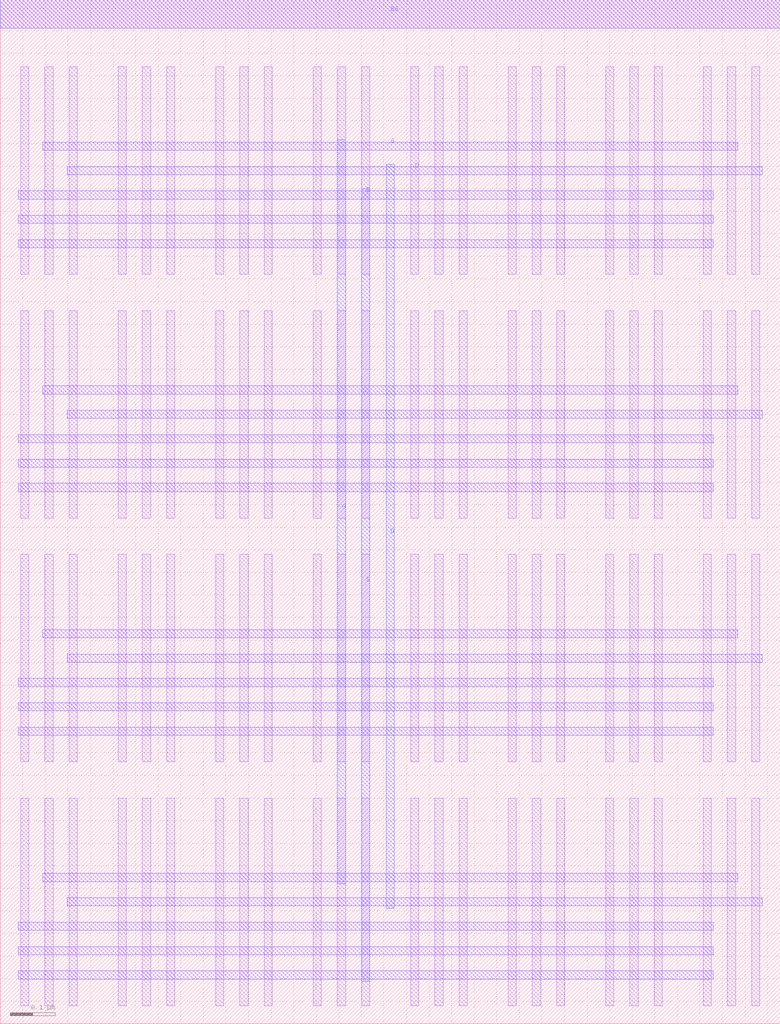
<source format=lef>
MACRO DCL_NMOS_n12_X3_Y1
  ORIGIN 0 0 ;
  FOREIGN DCL_NMOS_n12_X3_Y1 0 0 ;
  SIZE 1.296 BY 0.648 ;
  PIN S
    DIRECTION INOUT ;
    USE SIGNAL ;
    PORT
      LAYER M2 ;
        RECT 0.040 0.099 1.148 0.117 ;
      LAYER M2 ;
        RECT 0.040 0.153 1.148 0.171 ;
      LAYER M2 ;
        RECT 0.040 0.207 1.148 0.225 ;
      LAYER M3 ;
        RECT 0.585 0.094 0.603 0.446 ;
    END
  END S
  PIN D
    DIRECTION INOUT ;
    USE SIGNAL ;
    PORT
      LAYER M2 ;
        RECT 0.094 0.261 1.256 0.279 ;
      LAYER M3 ;
        RECT 0.639 0.094 0.657 0.446 ;
    END
  END D
  PIN BG
    DIRECTION INOUT ;
    USE SIGNAL ;
    PORT
      LAYER M2 ;
        RECT 0.000 0.585 1.296 0.603 ;
    END
  END BG
  OBS
    LAYER M1 ;
      RECT 0.000 0.585 1.296 0.603 ;
    LAYER M1 ;
      RECT 0.099 0.040 0.117 0.500 ;
    LAYER M1 ;
      RECT 0.315 0.040 0.333 0.500 ;
    LAYER M1 ;
      RECT 0.531 0.040 0.549 0.500 ;
    LAYER M1 ;
      RECT 0.747 0.040 0.765 0.500 ;
    LAYER M1 ;
      RECT 0.963 0.040 0.981 0.500 ;
    LAYER M1 ;
      RECT 1.179 0.040 1.197 0.500 ;
    LAYER M1 ;
      RECT 0.045 0.040 0.063 0.500 ;
    LAYER M1 ;
      RECT 0.261 0.040 0.279 0.500 ;
    LAYER M1 ;
      RECT 0.477 0.040 0.495 0.500 ;
    LAYER M1 ;
      RECT 0.693 0.040 0.711 0.500 ;
    LAYER M1 ;
      RECT 0.909 0.040 0.927 0.500 ;
    LAYER M1 ;
      RECT 1.125 0.040 1.143 0.500 ;
    LAYER M1 ;
      RECT 0.153 0.040 0.171 0.500 ;
    LAYER M1 ;
      RECT 0.369 0.040 0.387 0.500 ;
    LAYER M1 ;
      RECT 0.585 0.040 0.603 0.500 ;
    LAYER M1 ;
      RECT 0.801 0.040 0.819 0.500 ;
    LAYER M1 ;
      RECT 1.017 0.040 1.035 0.500 ;
    LAYER M1 ;
      RECT 1.233 0.040 1.251 0.500 ;
  END
END DCL_NMOS_n12_X3_Y1
MACRO DCL_PMOS_n12_X5_Y2
  ORIGIN 0 0 ;
  FOREIGN DCL_PMOS_n12_X5_Y2 0 0 ;
  SIZE 2.160 BY 1.188 ;
  PIN S
    DIRECTION INOUT ;
    USE SIGNAL ;
    PORT
      LAYER M2 ;
        RECT 0.040 0.099 2.012 0.117 ;
      LAYER M2 ;
        RECT 0.040 0.153 2.012 0.171 ;
      LAYER M2 ;
        RECT 0.040 0.207 2.012 0.225 ;
      LAYER M2 ;
        RECT 0.040 0.639 2.012 0.657 ;
      LAYER M2 ;
        RECT 0.040 0.693 2.012 0.711 ;
      LAYER M2 ;
        RECT 0.040 0.747 2.012 0.765 ;
      LAYER M3 ;
        RECT 1.017 0.094 1.035 0.770 ;
    END
  END S
  PIN D
    DIRECTION INOUT ;
    USE SIGNAL ;
    PORT
      LAYER M2 ;
        RECT 0.094 0.261 2.120 0.279 ;
      LAYER M2 ;
        RECT 0.094 0.801 2.120 0.819 ;
      LAYER M3 ;
        RECT 1.071 0.256 1.089 0.824 ;
    END
  END D
  PIN BG
    DIRECTION INOUT ;
    USE SIGNAL ;
    PORT
      LAYER M2 ;
        RECT 0.000 1.125 2.160 1.143 ;
    END
  END BG
  OBS
    LAYER M1 ;
      RECT 0.000 1.125 2.160 1.143 ;
    LAYER M1 ;
      RECT 0.099 0.040 0.117 0.500 ;
    LAYER M1 ;
      RECT 0.099 0.580 0.117 1.040 ;
    LAYER M1 ;
      RECT 0.315 0.040 0.333 0.500 ;
    LAYER M1 ;
      RECT 0.315 0.580 0.333 1.040 ;
    LAYER M1 ;
      RECT 0.531 0.040 0.549 0.500 ;
    LAYER M1 ;
      RECT 0.531 0.580 0.549 1.040 ;
    LAYER M1 ;
      RECT 0.747 0.040 0.765 0.500 ;
    LAYER M1 ;
      RECT 0.747 0.580 0.765 1.040 ;
    LAYER M1 ;
      RECT 0.963 0.040 0.981 0.500 ;
    LAYER M1 ;
      RECT 0.963 0.580 0.981 1.040 ;
    LAYER M1 ;
      RECT 1.179 0.040 1.197 0.500 ;
    LAYER M1 ;
      RECT 1.179 0.580 1.197 1.040 ;
    LAYER M1 ;
      RECT 1.395 0.040 1.413 0.500 ;
    LAYER M1 ;
      RECT 1.395 0.580 1.413 1.040 ;
    LAYER M1 ;
      RECT 1.611 0.040 1.629 0.500 ;
    LAYER M1 ;
      RECT 1.611 0.580 1.629 1.040 ;
    LAYER M1 ;
      RECT 1.827 0.040 1.845 0.500 ;
    LAYER M1 ;
      RECT 1.827 0.580 1.845 1.040 ;
    LAYER M1 ;
      RECT 2.043 0.040 2.061 0.500 ;
    LAYER M1 ;
      RECT 2.043 0.580 2.061 1.040 ;
    LAYER M1 ;
      RECT 0.045 0.040 0.063 0.500 ;
    LAYER M1 ;
      RECT 0.045 0.580 0.063 1.040 ;
    LAYER M1 ;
      RECT 0.261 0.040 0.279 0.500 ;
    LAYER M1 ;
      RECT 0.261 0.580 0.279 1.040 ;
    LAYER M1 ;
      RECT 0.477 0.040 0.495 0.500 ;
    LAYER M1 ;
      RECT 0.477 0.580 0.495 1.040 ;
    LAYER M1 ;
      RECT 0.693 0.040 0.711 0.500 ;
    LAYER M1 ;
      RECT 0.693 0.580 0.711 1.040 ;
    LAYER M1 ;
      RECT 0.909 0.040 0.927 0.500 ;
    LAYER M1 ;
      RECT 0.909 0.580 0.927 1.040 ;
    LAYER M1 ;
      RECT 1.125 0.040 1.143 0.500 ;
    LAYER M1 ;
      RECT 1.125 0.580 1.143 1.040 ;
    LAYER M1 ;
      RECT 1.341 0.040 1.359 0.500 ;
    LAYER M1 ;
      RECT 1.341 0.580 1.359 1.040 ;
    LAYER M1 ;
      RECT 1.557 0.040 1.575 0.500 ;
    LAYER M1 ;
      RECT 1.557 0.580 1.575 1.040 ;
    LAYER M1 ;
      RECT 1.773 0.040 1.791 0.500 ;
    LAYER M1 ;
      RECT 1.773 0.580 1.791 1.040 ;
    LAYER M1 ;
      RECT 1.989 0.040 2.007 0.500 ;
    LAYER M1 ;
      RECT 1.989 0.580 2.007 1.040 ;
    LAYER M1 ;
      RECT 0.153 0.040 0.171 0.500 ;
    LAYER M1 ;
      RECT 0.153 0.580 0.171 1.040 ;
    LAYER M1 ;
      RECT 0.369 0.040 0.387 0.500 ;
    LAYER M1 ;
      RECT 0.369 0.580 0.387 1.040 ;
    LAYER M1 ;
      RECT 0.585 0.040 0.603 0.500 ;
    LAYER M1 ;
      RECT 0.585 0.580 0.603 1.040 ;
    LAYER M1 ;
      RECT 0.801 0.040 0.819 0.500 ;
    LAYER M1 ;
      RECT 0.801 0.580 0.819 1.040 ;
    LAYER M1 ;
      RECT 1.017 0.040 1.035 0.500 ;
    LAYER M1 ;
      RECT 1.017 0.580 1.035 1.040 ;
    LAYER M1 ;
      RECT 1.233 0.040 1.251 0.500 ;
    LAYER M1 ;
      RECT 1.233 0.580 1.251 1.040 ;
    LAYER M1 ;
      RECT 1.449 0.040 1.467 0.500 ;
    LAYER M1 ;
      RECT 1.449 0.580 1.467 1.040 ;
    LAYER M1 ;
      RECT 1.665 0.040 1.683 0.500 ;
    LAYER M1 ;
      RECT 1.665 0.580 1.683 1.040 ;
    LAYER M1 ;
      RECT 1.881 0.040 1.899 0.500 ;
    LAYER M1 ;
      RECT 1.881 0.580 1.899 1.040 ;
    LAYER M1 ;
      RECT 2.097 0.040 2.115 0.500 ;
    LAYER M1 ;
      RECT 2.097 0.580 2.115 1.040 ;
  END
END DCL_PMOS_n12_X5_Y2
MACRO Switch_NMOS_n12_X2_Y2
  ORIGIN 0 0 ;
  FOREIGN Switch_NMOS_n12_X2_Y2 0 0 ;
  SIZE 0.864 BY 1.188 ;
  PIN S
    DIRECTION INOUT ;
    USE SIGNAL ;
    PORT
      LAYER M2 ;
        RECT 0.040 0.099 0.716 0.117 ;
      LAYER M2 ;
        RECT 0.040 0.153 0.716 0.171 ;
      LAYER M2 ;
        RECT 0.040 0.207 0.716 0.225 ;
      LAYER M2 ;
        RECT 0.040 0.639 0.716 0.657 ;
      LAYER M2 ;
        RECT 0.040 0.693 0.716 0.711 ;
      LAYER M2 ;
        RECT 0.040 0.747 0.716 0.765 ;
      LAYER M3 ;
        RECT 0.369 0.094 0.387 0.770 ;
    END
  END S
  PIN D
    DIRECTION INOUT ;
    USE SIGNAL ;
    PORT
      LAYER M2 ;
        RECT 0.148 0.261 0.824 0.279 ;
      LAYER M2 ;
        RECT 0.148 0.801 0.824 0.819 ;
      LAYER M3 ;
        RECT 0.423 0.256 0.441 0.824 ;
    END
  END D
  PIN BG
    DIRECTION INOUT ;
    USE SIGNAL ;
    PORT
      LAYER M2 ;
        RECT 0.000 1.125 0.864 1.143 ;
    END
  END BG
  PIN G
    DIRECTION INOUT ;
    USE SIGNAL ;
    PORT
      LAYER M2 ;
        RECT 0.094 0.315 0.770 0.333 ;
      LAYER M2 ;
        RECT 0.094 0.855 0.770 0.873 ;
      LAYER M3 ;
        RECT 0.315 0.310 0.333 0.878 ;
    END
  END G
  OBS
    LAYER M1 ;
      RECT 0.000 1.125 0.864 1.143 ;
    LAYER M1 ;
      RECT 0.099 0.040 0.117 0.500 ;
    LAYER M1 ;
      RECT 0.099 0.580 0.117 1.040 ;
    LAYER M1 ;
      RECT 0.315 0.040 0.333 0.500 ;
    LAYER M1 ;
      RECT 0.315 0.580 0.333 1.040 ;
    LAYER M1 ;
      RECT 0.531 0.040 0.549 0.500 ;
    LAYER M1 ;
      RECT 0.531 0.580 0.549 1.040 ;
    LAYER M1 ;
      RECT 0.747 0.040 0.765 0.500 ;
    LAYER M1 ;
      RECT 0.747 0.580 0.765 1.040 ;
    LAYER M1 ;
      RECT 0.045 0.040 0.063 0.500 ;
    LAYER M1 ;
      RECT 0.045 0.580 0.063 1.040 ;
    LAYER M1 ;
      RECT 0.261 0.040 0.279 0.500 ;
    LAYER M1 ;
      RECT 0.261 0.580 0.279 1.040 ;
    LAYER M1 ;
      RECT 0.477 0.040 0.495 0.500 ;
    LAYER M1 ;
      RECT 0.477 0.580 0.495 1.040 ;
    LAYER M1 ;
      RECT 0.693 0.040 0.711 0.500 ;
    LAYER M1 ;
      RECT 0.693 0.580 0.711 1.040 ;
    LAYER M1 ;
      RECT 0.153 0.040 0.171 0.500 ;
    LAYER M1 ;
      RECT 0.153 0.580 0.171 1.040 ;
    LAYER M1 ;
      RECT 0.369 0.040 0.387 0.500 ;
    LAYER M1 ;
      RECT 0.369 0.580 0.387 1.040 ;
    LAYER M1 ;
      RECT 0.585 0.040 0.603 0.500 ;
    LAYER M1 ;
      RECT 0.585 0.580 0.603 1.040 ;
    LAYER M1 ;
      RECT 0.801 0.040 0.819 0.500 ;
    LAYER M1 ;
      RECT 0.801 0.580 0.819 1.040 ;
  END
END Switch_NMOS_n12_X2_Y2
MACRO Switch_NMOS_n12_X4_Y4
  ORIGIN 0 0 ;
  FOREIGN Switch_NMOS_n12_X4_Y4 0 0 ;
  SIZE 1.728 BY 2.268 ;
  PIN S
    DIRECTION INOUT ;
    USE SIGNAL ;
    PORT
      LAYER M2 ;
        RECT 0.040 0.099 1.580 0.117 ;
      LAYER M2 ;
        RECT 0.040 0.153 1.580 0.171 ;
      LAYER M2 ;
        RECT 0.040 0.207 1.580 0.225 ;
      LAYER M2 ;
        RECT 0.040 0.639 1.580 0.657 ;
      LAYER M2 ;
        RECT 0.040 0.693 1.580 0.711 ;
      LAYER M2 ;
        RECT 0.040 0.747 1.580 0.765 ;
      LAYER M2 ;
        RECT 0.040 1.179 1.580 1.197 ;
      LAYER M2 ;
        RECT 0.040 1.233 1.580 1.251 ;
      LAYER M2 ;
        RECT 0.040 1.287 1.580 1.305 ;
      LAYER M2 ;
        RECT 0.040 1.719 1.580 1.737 ;
      LAYER M2 ;
        RECT 0.040 1.773 1.580 1.791 ;
      LAYER M2 ;
        RECT 0.040 1.827 1.580 1.845 ;
      LAYER M3 ;
        RECT 0.801 0.094 0.819 1.850 ;
    END
  END S
  PIN D
    DIRECTION INOUT ;
    USE SIGNAL ;
    PORT
      LAYER M2 ;
        RECT 0.148 0.261 1.688 0.279 ;
      LAYER M2 ;
        RECT 0.148 0.801 1.688 0.819 ;
      LAYER M2 ;
        RECT 0.148 1.341 1.688 1.359 ;
      LAYER M2 ;
        RECT 0.148 1.881 1.688 1.899 ;
      LAYER M3 ;
        RECT 0.855 0.256 0.873 1.904 ;
    END
  END D
  PIN BG
    DIRECTION INOUT ;
    USE SIGNAL ;
    PORT
      LAYER M2 ;
        RECT 0.000 2.205 1.728 2.268 ;
    END
  END BG
  PIN G
    DIRECTION INOUT ;
    USE SIGNAL ;
    PORT
      LAYER M2 ;
        RECT 0.094 0.315 1.634 0.333 ;
      LAYER M2 ;
        RECT 0.094 0.855 1.634 0.873 ;
      LAYER M2 ;
        RECT 0.094 1.395 1.634 1.413 ;
      LAYER M2 ;
        RECT 0.094 1.935 1.634 1.953 ;
      LAYER M3 ;
        RECT 0.747 0.310 0.765 1.958 ;
    END
  END G
  OBS
    LAYER M1 ;
      RECT 0.000 2.205 1.728 2.268 ;
    LAYER M1 ;
      RECT 0.099 0.040 0.117 0.500 ;
    LAYER M1 ;
      RECT 0.099 0.580 0.117 1.040 ;
    LAYER M1 ;
      RECT 0.099 1.120 0.117 1.580 ;
    LAYER M1 ;
      RECT 0.099 1.660 0.117 2.120 ;
    LAYER M1 ;
      RECT 0.315 0.040 0.333 0.500 ;
    LAYER M1 ;
      RECT 0.315 0.580 0.333 1.040 ;
    LAYER M1 ;
      RECT 0.315 1.120 0.333 1.580 ;
    LAYER M1 ;
      RECT 0.315 1.660 0.333 2.120 ;
    LAYER M1 ;
      RECT 0.531 0.040 0.549 0.500 ;
    LAYER M1 ;
      RECT 0.531 0.580 0.549 1.040 ;
    LAYER M1 ;
      RECT 0.531 1.120 0.549 1.580 ;
    LAYER M1 ;
      RECT 0.531 1.660 0.549 2.120 ;
    LAYER M1 ;
      RECT 0.747 0.040 0.765 0.500 ;
    LAYER M1 ;
      RECT 0.747 0.580 0.765 1.040 ;
    LAYER M1 ;
      RECT 0.747 1.120 0.765 1.580 ;
    LAYER M1 ;
      RECT 0.747 1.660 0.765 2.120 ;
    LAYER M1 ;
      RECT 0.963 0.040 0.981 0.500 ;
    LAYER M1 ;
      RECT 0.963 0.580 0.981 1.040 ;
    LAYER M1 ;
      RECT 0.963 1.120 0.981 1.580 ;
    LAYER M1 ;
      RECT 0.963 1.660 0.981 2.120 ;
    LAYER M1 ;
      RECT 1.179 0.040 1.197 0.500 ;
    LAYER M1 ;
      RECT 1.179 0.580 1.197 1.040 ;
    LAYER M1 ;
      RECT 1.179 1.120 1.197 1.580 ;
    LAYER M1 ;
      RECT 1.179 1.660 1.197 2.120 ;
    LAYER M1 ;
      RECT 1.395 0.040 1.413 0.500 ;
    LAYER M1 ;
      RECT 1.395 0.580 1.413 1.040 ;
    LAYER M1 ;
      RECT 1.395 1.120 1.413 1.580 ;
    LAYER M1 ;
      RECT 1.395 1.660 1.413 2.120 ;
    LAYER M1 ;
      RECT 1.611 0.040 1.629 0.500 ;
    LAYER M1 ;
      RECT 1.611 0.580 1.629 1.040 ;
    LAYER M1 ;
      RECT 1.611 1.120 1.629 1.580 ;
    LAYER M1 ;
      RECT 1.611 1.660 1.629 2.120 ;
    LAYER M1 ;
      RECT 0.045 0.040 0.063 0.500 ;
    LAYER M1 ;
      RECT 0.045 0.580 0.063 1.040 ;
    LAYER M1 ;
      RECT 0.045 1.120 0.063 1.580 ;
    LAYER M1 ;
      RECT 0.045 1.660 0.063 2.120 ;
    LAYER M1 ;
      RECT 0.261 0.040 0.279 0.500 ;
    LAYER M1 ;
      RECT 0.261 0.580 0.279 1.040 ;
    LAYER M1 ;
      RECT 0.261 1.120 0.279 1.580 ;
    LAYER M1 ;
      RECT 0.261 1.660 0.279 2.120 ;
    LAYER M1 ;
      RECT 0.477 0.040 0.495 0.500 ;
    LAYER M1 ;
      RECT 0.477 0.580 0.495 1.040 ;
    LAYER M1 ;
      RECT 0.477 1.120 0.495 1.580 ;
    LAYER M1 ;
      RECT 0.477 1.660 0.495 2.120 ;
    LAYER M1 ;
      RECT 0.693 0.040 0.711 0.500 ;
    LAYER M1 ;
      RECT 0.693 0.580 0.711 1.040 ;
    LAYER M1 ;
      RECT 0.693 1.120 0.711 1.580 ;
    LAYER M1 ;
      RECT 0.693 1.660 0.711 2.120 ;
    LAYER M1 ;
      RECT 0.909 0.040 0.927 0.500 ;
    LAYER M1 ;
      RECT 0.909 0.580 0.927 1.040 ;
    LAYER M1 ;
      RECT 0.909 1.120 0.927 1.580 ;
    LAYER M1 ;
      RECT 0.909 1.660 0.927 2.120 ;
    LAYER M1 ;
      RECT 1.125 0.040 1.143 0.500 ;
    LAYER M1 ;
      RECT 1.125 0.580 1.143 1.040 ;
    LAYER M1 ;
      RECT 1.125 1.120 1.143 1.580 ;
    LAYER M1 ;
      RECT 1.125 1.660 1.143 2.120 ;
    LAYER M1 ;
      RECT 1.341 0.040 1.359 0.500 ;
    LAYER M1 ;
      RECT 1.341 0.580 1.359 1.040 ;
    LAYER M1 ;
      RECT 1.341 1.120 1.359 1.580 ;
    LAYER M1 ;
      RECT 1.341 1.660 1.359 2.120 ;
    LAYER M1 ;
      RECT 1.557 0.040 1.575 0.500 ;
    LAYER M1 ;
      RECT 1.557 0.580 1.575 1.040 ;
    LAYER M1 ;
      RECT 1.557 1.120 1.575 1.580 ;
    LAYER M1 ;
      RECT 1.557 1.660 1.575 2.120 ;
    LAYER M1 ;
      RECT 0.153 0.040 0.171 0.500 ;
    LAYER M1 ;
      RECT 0.153 0.580 0.171 1.040 ;
    LAYER M1 ;
      RECT 0.153 1.120 0.171 1.580 ;
    LAYER M1 ;
      RECT 0.153 1.660 0.171 2.120 ;
    LAYER M1 ;
      RECT 0.369 0.040 0.387 0.500 ;
    LAYER M1 ;
      RECT 0.369 0.580 0.387 1.040 ;
    LAYER M1 ;
      RECT 0.369 1.120 0.387 1.580 ;
    LAYER M1 ;
      RECT 0.369 1.660 0.387 2.120 ;
    LAYER M1 ;
      RECT 0.585 0.040 0.603 0.500 ;
    LAYER M1 ;
      RECT 0.585 0.580 0.603 1.040 ;
    LAYER M1 ;
      RECT 0.585 1.120 0.603 1.580 ;
    LAYER M1 ;
      RECT 0.585 1.660 0.603 2.120 ;
    LAYER M1 ;
      RECT 0.801 0.040 0.819 0.500 ;
    LAYER M1 ;
      RECT 0.801 0.580 0.819 1.040 ;
    LAYER M1 ;
      RECT 0.801 1.120 0.819 1.580 ;
    LAYER M1 ;
      RECT 0.801 1.660 0.819 2.120 ;
    LAYER M1 ;
      RECT 1.017 0.040 1.035 0.500 ;
    LAYER M1 ;
      RECT 1.017 0.580 1.035 1.040 ;
    LAYER M1 ;
      RECT 1.017 1.120 1.035 1.580 ;
    LAYER M1 ;
      RECT 1.017 1.660 1.035 2.120 ;
    LAYER M1 ;
      RECT 1.233 0.040 1.251 0.500 ;
    LAYER M1 ;
      RECT 1.233 0.580 1.251 1.040 ;
    LAYER M1 ;
      RECT 1.233 1.120 1.251 1.580 ;
    LAYER M1 ;
      RECT 1.233 1.660 1.251 2.120 ;
    LAYER M1 ;
      RECT 1.449 0.040 1.467 0.500 ;
    LAYER M1 ;
      RECT 1.449 0.580 1.467 1.040 ;
    LAYER M1 ;
      RECT 1.449 1.120 1.467 1.580 ;
    LAYER M1 ;
      RECT 1.449 1.660 1.467 2.120 ;
    LAYER M1 ;
      RECT 1.665 0.040 1.683 0.500 ;
    LAYER M1 ;
      RECT 1.665 0.580 1.683 1.040 ;
    LAYER M1 ;
      RECT 1.665 1.120 1.683 1.580 ;
    LAYER M1 ;
      RECT 1.665 1.660 1.683 2.120 ;
  END
END Switch_NMOS_n12_X4_Y4
MACRO Switch_PMOS_n12_X5_Y2
  ORIGIN 0 0 ;
  FOREIGN Switch_PMOS_n12_X5_Y2 0 0 ;
  SIZE 2.160 BY 1.188 ;
  PIN S
    DIRECTION INOUT ;
    USE SIGNAL ;
    PORT
      LAYER M2 ;
        RECT 0.040 0.099 2.012 0.117 ;
      LAYER M2 ;
        RECT 0.040 0.153 2.012 0.171 ;
      LAYER M2 ;
        RECT 0.040 0.207 2.012 0.225 ;
      LAYER M2 ;
        RECT 0.040 0.639 2.012 0.657 ;
      LAYER M2 ;
        RECT 0.040 0.693 2.012 0.711 ;
      LAYER M2 ;
        RECT 0.040 0.747 2.012 0.765 ;
      LAYER M3 ;
        RECT 1.017 0.094 1.035 0.770 ;
    END
  END S
  PIN D
    DIRECTION INOUT ;
    USE SIGNAL ;
    PORT
      LAYER M2 ;
        RECT 0.148 0.261 2.120 0.279 ;
      LAYER M2 ;
        RECT 0.148 0.801 2.120 0.819 ;
      LAYER M3 ;
        RECT 1.071 0.256 1.089 0.824 ;
    END
  END D
  PIN BG
    DIRECTION INOUT ;
    USE SIGNAL ;
    PORT
      LAYER M2 ;
        RECT 0.000 1.125 2.160 1.143 ;
    END
  END BG
  PIN G
    DIRECTION INOUT ;
    USE SIGNAL ;
    PORT
      LAYER M2 ;
        RECT 0.094 0.315 2.066 0.333 ;
      LAYER M2 ;
        RECT 0.094 0.855 2.066 0.873 ;
      LAYER M3 ;
        RECT 0.963 0.310 0.981 0.878 ;
    END
  END G
  OBS
    LAYER M1 ;
      RECT 0.000 1.125 2.160 1.143 ;
    LAYER M1 ;
      RECT 0.099 0.040 0.117 0.500 ;
    LAYER M1 ;
      RECT 0.099 0.580 0.117 1.040 ;
    LAYER M1 ;
      RECT 0.315 0.040 0.333 0.500 ;
    LAYER M1 ;
      RECT 0.315 0.580 0.333 1.040 ;
    LAYER M1 ;
      RECT 0.531 0.040 0.549 0.500 ;
    LAYER M1 ;
      RECT 0.531 0.580 0.549 1.040 ;
    LAYER M1 ;
      RECT 0.747 0.040 0.765 0.500 ;
    LAYER M1 ;
      RECT 0.747 0.580 0.765 1.040 ;
    LAYER M1 ;
      RECT 0.963 0.040 0.981 0.500 ;
    LAYER M1 ;
      RECT 0.963 0.580 0.981 1.040 ;
    LAYER M1 ;
      RECT 1.179 0.040 1.197 0.500 ;
    LAYER M1 ;
      RECT 1.179 0.580 1.197 1.040 ;
    LAYER M1 ;
      RECT 1.395 0.040 1.413 0.500 ;
    LAYER M1 ;
      RECT 1.395 0.580 1.413 1.040 ;
    LAYER M1 ;
      RECT 1.611 0.040 1.629 0.500 ;
    LAYER M1 ;
      RECT 1.611 0.580 1.629 1.040 ;
    LAYER M1 ;
      RECT 1.827 0.040 1.845 0.500 ;
    LAYER M1 ;
      RECT 1.827 0.580 1.845 1.040 ;
    LAYER M1 ;
      RECT 2.043 0.040 2.061 0.500 ;
    LAYER M1 ;
      RECT 2.043 0.580 2.061 1.040 ;
    LAYER M1 ;
      RECT 0.045 0.040 0.063 0.500 ;
    LAYER M1 ;
      RECT 0.045 0.580 0.063 1.040 ;
    LAYER M1 ;
      RECT 0.261 0.040 0.279 0.500 ;
    LAYER M1 ;
      RECT 0.261 0.580 0.279 1.040 ;
    LAYER M1 ;
      RECT 0.477 0.040 0.495 0.500 ;
    LAYER M1 ;
      RECT 0.477 0.580 0.495 1.040 ;
    LAYER M1 ;
      RECT 0.693 0.040 0.711 0.500 ;
    LAYER M1 ;
      RECT 0.693 0.580 0.711 1.040 ;
    LAYER M1 ;
      RECT 0.909 0.040 0.927 0.500 ;
    LAYER M1 ;
      RECT 0.909 0.580 0.927 1.040 ;
    LAYER M1 ;
      RECT 1.125 0.040 1.143 0.500 ;
    LAYER M1 ;
      RECT 1.125 0.580 1.143 1.040 ;
    LAYER M1 ;
      RECT 1.341 0.040 1.359 0.500 ;
    LAYER M1 ;
      RECT 1.341 0.580 1.359 1.040 ;
    LAYER M1 ;
      RECT 1.557 0.040 1.575 0.500 ;
    LAYER M1 ;
      RECT 1.557 0.580 1.575 1.040 ;
    LAYER M1 ;
      RECT 1.773 0.040 1.791 0.500 ;
    LAYER M1 ;
      RECT 1.773 0.580 1.791 1.040 ;
    LAYER M1 ;
      RECT 1.989 0.040 2.007 0.500 ;
    LAYER M1 ;
      RECT 1.989 0.580 2.007 1.040 ;
    LAYER M1 ;
      RECT 0.153 0.040 0.171 0.500 ;
    LAYER M1 ;
      RECT 0.153 0.580 0.171 1.040 ;
    LAYER M1 ;
      RECT 0.369 0.040 0.387 0.500 ;
    LAYER M1 ;
      RECT 0.369 0.580 0.387 1.040 ;
    LAYER M1 ;
      RECT 0.585 0.040 0.603 0.500 ;
    LAYER M1 ;
      RECT 0.585 0.580 0.603 1.040 ;
    LAYER M1 ;
      RECT 0.801 0.040 0.819 0.500 ;
    LAYER M1 ;
      RECT 0.801 0.580 0.819 1.040 ;
    LAYER M1 ;
      RECT 1.017 0.040 1.035 0.500 ;
    LAYER M1 ;
      RECT 1.017 0.580 1.035 1.040 ;
    LAYER M1 ;
      RECT 1.233 0.040 1.251 0.500 ;
    LAYER M1 ;
      RECT 1.233 0.580 1.251 1.040 ;
    LAYER M1 ;
      RECT 1.449 0.040 1.467 0.500 ;
    LAYER M1 ;
      RECT 1.449 0.580 1.467 1.040 ;
    LAYER M1 ;
      RECT 1.665 0.040 1.683 0.500 ;
    LAYER M1 ;
      RECT 1.665 0.580 1.683 1.040 ;
    LAYER M1 ;
      RECT 1.881 0.040 1.899 0.500 ;
    LAYER M1 ;
      RECT 1.881 0.580 1.899 1.040 ;
    LAYER M1 ;
      RECT 2.097 0.040 2.115 0.500 ;
    LAYER M1 ;
      RECT 2.097 0.580 2.115 1.040 ;
  END
END Switch_PMOS_n12_X5_Y2

</source>
